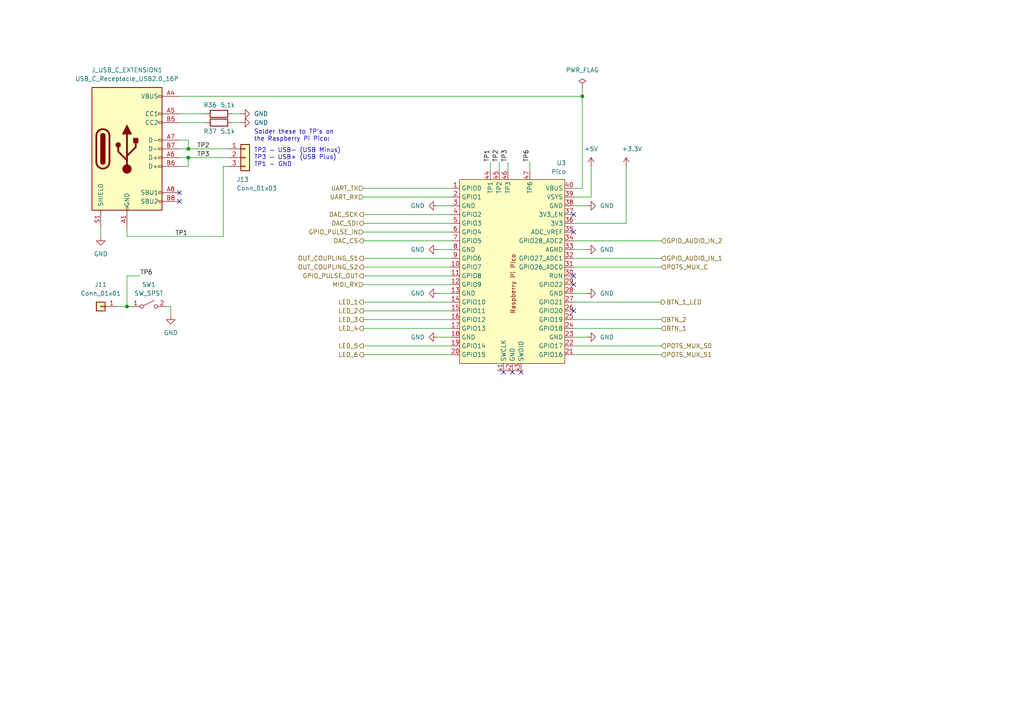
<source format=kicad_sch>
(kicad_sch (version 20250114) (generator "eeschema") (generator_version "9.0")
  (paper "A4")
  (title_block (title "Brain Core") (date "2026-02-21") (rev "v1.1") (company "Shmøergh"))
  (lib_symbols
    (symbol "Connector:USB_C_Receptacle_USB2.0_16P" (pin_names (offset 1.016))
      (property "Reference" "J" (at 0 22.225 0))
      (property "Value" "USB_C_Receptacle_USB2.0_16P" (at 0 19.685 0))
      (symbol "USB_C_Receptacle_USB2.0_16P_0_0"
        (rectangle (start -0.254 -17.78) (end 0.254 -16.764))
        (rectangle (start 10.16 15.494) (end 9.144 14.986))
        (rectangle (start 10.16 10.414) (end 9.144 9.906))
        (rectangle (start 10.16 7.874) (end 9.144 7.366))
        (rectangle (start 10.16 2.794) (end 9.144 2.286))
        (rectangle (start 10.16 0.254) (end 9.144 -0.254))
        (rectangle (start 10.16 -2.286) (end 9.144 -2.794))
        (rectangle (start 10.16 -4.826) (end 9.144 -5.334))
        (rectangle (start 10.16 -12.446) (end 9.144 -12.954))
        (rectangle (start 10.16 -14.986) (end 9.144 -15.494))
      )
      (symbol "USB_C_Receptacle_USB2.0_16P_0_1"
        (rectangle (start -10.16 17.78) (end 10.16 -17.78) (stroke (width 0.254)) (fill (type background)))
        (polyline (pts (xy -8.89 -3.81) (xy -8.89 3.81)) (stroke (width 0.508)))
        (rectangle (start -7.62 -3.81) (end -6.35 3.81) (stroke (width 0.254)) (fill (type outline)))
        (arc (start -7.62 3.81) (mid -6.985 4.4423) (end -6.35 3.81) (stroke (width 0.254)))
        (arc (start -7.62 3.81) (mid -6.985 4.4423) (end -6.35 3.81) (stroke (width 0.254)) (fill (type outline)))
        (arc (start -8.89 3.81) (mid -6.985 5.7067) (end -5.08 3.81) (stroke (width 0.508)))
        (arc (start -5.08 -3.81) (mid -6.985 -5.7067) (end -8.89 -3.81) (stroke (width 0.508)))
        (arc (start -6.35 -3.81) (mid -6.985 -4.4423) (end -7.62 -3.81) (stroke (width 0.254)))
        (arc (start -6.35 -3.81) (mid -6.985 -4.4423) (end -7.62 -3.81) (stroke (width 0.254)) (fill (type outline)))
        (polyline (pts (xy -5.08 3.81) (xy -5.08 -3.81)) (stroke (width 0.508)))
        (circle (center -2.54 1.143) (radius 0.635) (stroke (width 0.254)) (fill (type outline)))
        (polyline (pts (xy -1.27 4.318) (xy 0 6.858) (xy 1.27 4.318) (xy -1.27 4.318)) (stroke (width 0.254)) (fill (type outline)))
        (polyline (pts (xy 0 -2.032) (xy 2.54 0.508) (xy 2.54 1.778)) (stroke (width 0.508)))
        (polyline (pts (xy 0 -3.302) (xy -2.54 -0.762) (xy -2.54 0.508)) (stroke (width 0.508)))
        (polyline (pts (xy 0 -5.842) (xy 0 4.318)) (stroke (width 0.508)))
        (circle (center 0 -5.842) (radius 1.27) (fill (type outline)))
        (rectangle (start 1.905 1.778) (end 3.175 3.048) (stroke (width 0.254)) (fill (type outline)))
      )
      (symbol "USB_C_Receptacle_USB2.0_16P_1_1"
        (pin passive line (at -7.62 -22.86 90) (length 5.08) (name "SHIELD") (number "S1"))
        (pin passive line (at 0 -22.86 90) (length 5.08) (name "GND") (number "A1"))
        (pin passive line (at 0 -22.86 90) (length 5.08) (hide yes) (name "GND") (number "A12"))
        (pin passive line (at 0 -22.86 90) (length 5.08) (hide yes) (name "GND") (number "B1"))
        (pin passive line (at 0 -22.86 90) (length 5.08) (hide yes) (name "GND") (number "B12"))
        (pin passive line (at 15.24 15.24 180) (length 5.08) (name "VBUS") (number "A4"))
        (pin passive line (at 15.24 15.24 180) (length 5.08) (hide yes) (name "VBUS") (number "A9"))
        (pin passive line (at 15.24 15.24 180) (length 5.08) (hide yes) (name "VBUS") (number "B4"))
        (pin passive line (at 15.24 15.24 180) (length 5.08) (hide yes) (name "VBUS") (number "B9"))
        (pin bidirectional line (at 15.24 10.16 180) (length 5.08) (name "CC1") (number "A5"))
        (pin bidirectional line (at 15.24 7.62 180) (length 5.08) (name "CC2") (number "B5"))
        (pin bidirectional line (at 15.24 2.54 180) (length 5.08) (name "D-") (number "A7"))
        (pin bidirectional line (at 15.24 0 180) (length 5.08) (name "D-") (number "B7"))
        (pin bidirectional line (at 15.24 -2.54 180) (length 5.08) (name "D+") (number "A6"))
        (pin bidirectional line (at 15.24 -5.08 180) (length 5.08) (name "D+") (number "B6"))
        (pin bidirectional line (at 15.24 -12.7 180) (length 5.08) (name "SBU1") (number "A8"))
        (pin bidirectional line (at 15.24 -15.24 180) (length 5.08) (name "SBU2") (number "B8"))
      )
    )
    (symbol "Connector_Generic:Conn_01x01" (pin_names (offset 1.016) (hide yes))
      (property "Reference" "J" (at 0 2.54 0))
      (property "Value" "Conn_01x01" (at 0 -2.54 0))
      (symbol "Conn_01x01_1_1"
        (rectangle (start -1.27 1.27) (end 1.27 -1.27) (stroke (width 0.254)) (fill (type background)))
        (rectangle (start -1.27 0.127) (end 0 -0.127) (stroke (width 0.1524)))
        (pin passive line (at -5.08 0 0) (length 3.81) (name "Pin_1") (number "1"))
      )
    )
    (symbol "Connector_Generic:Conn_01x03" (pin_names (offset 1.016) (hide yes))
      (property "Reference" "J" (at 0 5.08 0))
      (property "Value" "Conn_01x03" (at 0 -5.08 0))
      (symbol "Conn_01x03_1_1"
        (rectangle (start -1.27 3.81) (end 1.27 -3.81) (stroke (width 0.254)) (fill (type background)))
        (rectangle (start -1.27 2.667) (end 0 2.413) (stroke (width 0.1524)))
        (rectangle (start -1.27 0.127) (end 0 -0.127) (stroke (width 0.1524)))
        (rectangle (start -1.27 -2.413) (end 0 -2.667) (stroke (width 0.1524)))
        (pin passive line (at -5.08 2.54 0) (length 3.81) (name "Pin_1") (number "1"))
        (pin passive line (at -5.08 0 0) (length 3.81) (name "Pin_2") (number "2"))
        (pin passive line (at -5.08 -2.54 0) (length 3.81) (name "Pin_3") (number "3"))
      )
    )
    (symbol "Device:R" (pin_numbers (hide yes)) (pin_names (offset 0))
      (property "Reference" "R" (at 2.032 0 90))
      (property "Value" "R" (at 0 0 90))
      (symbol "R_0_1"
        (rectangle (start -1.016 -2.54) (end 1.016 2.54) (stroke (width 0.254)))
      )
      (symbol "R_1_1"
        (pin passive line (at 0 3.81 270) (length 1.27) (name "~") (number "1"))
        (pin passive line (at 0 -3.81 90) (length 1.27) (name "~") (number "2"))
      )
    )
    (symbol "MCU_RaspberryPi_and_Boards:Pico"
      (property "Reference" "U3" (at 14.224 31.496 0))
      (property "Value" "Pico" (at 13.462 28.956 0))
      (symbol "Pico_0_0"
        (text "Raspberry Pi Pico" (at 0.254 -3.556 900) (effects (font (size 1.27 1.27))))
      )
      (symbol "Pico_0_1"
        (rectangle (start -15.24 26.67) (end 15.24 -26.67) (fill (type background)))
      )
      (symbol "Pico_1_1"
        (pin bidirectional line (at -17.78 24.13 0) (length 2.54) (name "GPIO0") (number "1"))
        (pin bidirectional line (at -17.78 21.59 0) (length 2.54) (name "GPIO1") (number "2"))
        (pin power_in line (at -17.78 19.05 0) (length 2.54) (name "GND") (number "3"))
        (pin bidirectional line (at -17.78 16.51 0) (length 2.54) (name "GPIO2") (number "4"))
        (pin bidirectional line (at -17.78 13.97 0) (length 2.54) (name "GPIO3") (number "5"))
        (pin bidirectional line (at -17.78 11.43 0) (length 2.54) (name "GPIO4") (number "6"))
        (pin bidirectional line (at -17.78 8.89 0) (length 2.54) (name "GPIO5") (number "7"))
        (pin power_in line (at -17.78 6.35 0) (length 2.54) (name "GND") (number "8"))
        (pin bidirectional line (at -17.78 3.81 0) (length 2.54) (name "GPIO6") (number "9"))
        (pin bidirectional line (at -17.78 1.27 0) (length 2.54) (name "GPIO7") (number "10"))
        (pin bidirectional line (at -17.78 -1.27 0) (length 2.54) (name "GPIO8") (number "11"))
        (pin bidirectional line (at -17.78 -3.81 0) (length 2.54) (name "GPIO9") (number "12"))
        (pin power_in line (at -17.78 -6.35 0) (length 2.54) (name "GND") (number "13"))
        (pin bidirectional line (at -17.78 -8.89 0) (length 2.54) (name "GPIO10") (number "14"))
        (pin bidirectional line (at -17.78 -11.43 0) (length 2.54) (name "GPIO11") (number "15"))
        (pin bidirectional line (at -17.78 -13.97 0) (length 2.54) (name "GPIO12") (number "16"))
        (pin bidirectional line (at -17.78 -16.51 0) (length 2.54) (name "GPIO13") (number "17"))
        (pin power_in line (at -17.78 -19.05 0) (length 2.54) (name "GND") (number "18"))
        (pin bidirectional line (at -17.78 -21.59 0) (length 2.54) (name "GPIO14") (number "19"))
        (pin bidirectional line (at -17.78 -24.13 0) (length 2.54) (name "GPIO15") (number "20"))
        (pin bidirectional line (at -6.35 29.21 270) (length 2.54) (name "TP1") (number "44"))
        (pin bidirectional line (at -3.81 29.21 270) (length 2.54) (name "TP2") (number "45"))
        (pin input line (at -2.54 -29.21 90) (length 2.54) (name "SWCLK") (number "41"))
        (pin bidirectional line (at -1.27 29.21 270) (length 2.54) (name "TP3") (number "46"))
        (pin power_in line (at 0 -29.21 90) (length 2.54) (name "GND") (number "42"))
        (pin bidirectional line (at 2.54 -29.21 90) (length 2.54) (name "SWDIO") (number "43"))
        (pin bidirectional line (at 5.08 29.21 270) (length 2.54) (name "TP6") (number "47"))
        (pin power_in line (at 17.78 24.13 180) (length 2.54) (name "VBUS") (number "40"))
        (pin power_in line (at 17.78 21.59 180) (length 2.54) (name "VSYS") (number "39"))
        (pin bidirectional line (at 17.78 19.05 180) (length 2.54) (name "GND") (number "38"))
        (pin input line (at 17.78 16.51 180) (length 2.54) (name "3V3_EN") (number "37"))
        (pin power_in line (at 17.78 13.97 180) (length 2.54) (name "3V3") (number "36"))
        (pin power_in line (at 17.78 11.43 180) (length 2.54) (name "ADC_VREF") (number "35"))
        (pin bidirectional line (at 17.78 8.89 180) (length 2.54) (name "GPIO28_ADC2") (number "34"))
        (pin power_in line (at 17.78 6.35 180) (length 2.54) (name "AGND") (number "33"))
        (pin bidirectional line (at 17.78 3.81 180) (length 2.54) (name "GPIO27_ADC1") (number "32"))
        (pin bidirectional line (at 17.78 1.27 180) (length 2.54) (name "GPIO26_ADC0") (number "31"))
        (pin input line (at 17.78 -1.27 180) (length 2.54) (name "RUN") (number "30"))
        (pin bidirectional line (at 17.78 -3.81 180) (length 2.54) (name "GPIO22") (number "29"))
        (pin power_in line (at 17.78 -6.35 180) (length 2.54) (name "GND") (number "28"))
        (pin bidirectional line (at 17.78 -8.89 180) (length 2.54) (name "GPIO21") (number "27"))
        (pin bidirectional line (at 17.78 -11.43 180) (length 2.54) (name "GPIO20") (number "26"))
        (pin bidirectional line (at 17.78 -13.97 180) (length 2.54) (name "GPIO19") (number "25"))
        (pin bidirectional line (at 17.78 -16.51 180) (length 2.54) (name "GPIO18") (number "24"))
        (pin power_in line (at 17.78 -19.05 180) (length 2.54) (name "GND") (number "23"))
        (pin bidirectional line (at 17.78 -21.59 180) (length 2.54) (name "GPIO17") (number "22"))
        (pin bidirectional line (at 17.78 -24.13 180) (length 2.54) (name "GPIO16") (number "21"))
      )
    )
    (symbol "Switch:SW_SPST" (pin_names (offset 0) (hide yes))
      (property "Reference" "SW" (at 0 3.175 0))
      (property "Value" "SW_SPST" (at 0 -2.54 0))
      (symbol "SW_SPST_0_0"
        (circle (center -2.032 0) (radius 0.508))
        (polyline (pts (xy -1.524 0.254) (xy 1.524 1.778)))
        (circle (center 2.032 0) (radius 0.508))
      )
      (symbol "SW_SPST_1_1"
        (pin passive line (at -5.08 0 0) (length 2.54) (name "A") (number "1"))
        (pin passive line (at 5.08 0 180) (length 2.54) (name "B") (number "2"))
      )
    )
    (symbol "power:+3.3V" (power) (pin_numbers (hide yes)) (pin_names (offset 0) (hide yes))
      (property "Value" "+3.3V" (at 0 3.556 0))
      (symbol "+3.3V_0_1"
        (polyline (pts (xy -0.762 1.27) (xy 0 2.54)))
        (polyline (pts (xy 0 2.54) (xy 0.762 1.27)))
        (polyline (pts (xy 0 0) (xy 0 2.54)))
      )
      (symbol "+3.3V_1_1"
        (pin power_in line (at 0 0 90) (length 0) (name "~") (number "1"))
      )
    )
    (symbol "power:+5V" (power) (pin_numbers (hide yes)) (pin_names (offset 0) (hide yes))
      (property "Value" "+5V" (at 0 3.556 0))
      (symbol "+5V_0_1"
        (polyline (pts (xy -0.762 1.27) (xy 0 2.54)))
        (polyline (pts (xy 0 2.54) (xy 0.762 1.27)))
        (polyline (pts (xy 0 0) (xy 0 2.54)))
      )
      (symbol "+5V_1_1"
        (pin power_in line (at 0 0 90) (length 0) (name "~") (number "1"))
      )
    )
    (symbol "power:GND" (power) (pin_numbers (hide yes)) (pin_names (offset 0) (hide yes))
      (property "Value" "GND" (at 0 -3.81 0))
      (symbol "GND_0_1"
        (polyline (pts (xy 0 0) (xy 0 -1.27) (xy 1.27 -1.27) (xy 0 -2.54) (xy -1.27 -1.27) (xy 0 -1.27)))
      )
      (symbol "GND_1_1"
        (pin power_in line (at 0 0 270) (length 0) (name "~") (number "1"))
      )
    )
    (symbol "power:PWR_FLAG" (power) (pin_numbers (hide yes)) (pin_names (offset 0) (hide yes))
      (property "Value" "PWR_FLAG" (at 0 3.81 0))
      (symbol "PWR_FLAG_0_0"
        (pin power_out line (at 0 0 90) (length 0) (name "~") (number "1"))
      )
      (symbol "PWR_FLAG_0_1"
        (polyline (pts (xy 0 0) (xy 0 1.27) (xy -1.016 1.905) (xy 0 2.54) (xy 1.016 1.905) (xy 0 1.27)))
      )
    )
  )
  (text "TP2 — USB- (USB Minus)\nTP3 — USB+ (USB Plus)\nTP1 - GND" (at 73.66 45.72 0) (effects (font (size 1.27 1.27)) (justify left)))
  (text "Solder these to TP's on \nthe Raspberry Pi Pico:" (at 73.66 39.37 0) (effects (font (size 1.27 1.27)) (justify left)))
  (junction (at 54.61 43.18))
  (junction (at 54.61 45.72))
  (junction (at 36.83 88.9))
  (junction (at 168.91 27.94))
  (no_connect (at 166.37 67.31))
  (no_connect (at 52.07 58.42))
  (no_connect (at 148.59 107.95))
  (no_connect (at 166.37 62.23))
  (no_connect (at 52.07 55.88))
  (no_connect (at 166.37 82.55))
  (no_connect (at 166.37 90.17))
  (no_connect (at 166.37 80.01))
  (no_connect (at 151.13 107.95))
  (no_connect (at 146.05 107.95))
  (wire (pts (xy 166.37 74.93) (xy 191.77 74.93)))
  (wire (pts (xy 105.41 100.33) (xy 130.81 100.33)))
  (wire (pts (xy 170.18 97.79) (xy 166.37 97.79)))
  (wire (pts (xy 105.41 62.23) (xy 130.81 62.23)))
  (wire (pts (xy 52.07 43.18) (xy 54.61 43.18)))
  (wire (pts (xy 191.77 95.25) (xy 166.37 95.25)))
  (wire (pts (xy 105.41 82.55) (xy 130.81 82.55)))
  (wire (pts (xy 168.91 54.61) (xy 168.91 27.94)))
  (wire (pts (xy 168.91 25.4) (xy 168.91 27.94)))
  (wire (pts (xy 105.41 92.71) (xy 130.81 92.71)))
  (wire (pts (xy 105.41 74.93) (xy 130.81 74.93)))
  (wire (pts (xy 105.41 95.25) (xy 130.81 95.25)))
  (wire (pts (xy 144.78 46.99) (xy 144.78 49.53)))
  (wire (pts (xy 52.07 27.94) (xy 168.91 27.94)))
  (wire (pts (xy 36.83 68.58) (xy 64.77 68.58)))
  (wire (pts (xy 147.32 46.99) (xy 147.32 49.53)))
  (wire (pts (xy 171.45 57.15) (xy 166.37 57.15)))
  (wire (pts (xy 105.41 102.87) (xy 130.81 102.87)))
  (wire (pts (xy 191.77 100.33) (xy 166.37 100.33)))
  (wire (pts (xy 170.18 59.69) (xy 166.37 59.69)))
  (wire (pts (xy 105.41 87.63) (xy 130.81 87.63)))
  (wire (pts (xy 105.41 69.85) (xy 130.81 69.85)))
  (wire (pts (xy 170.18 72.39) (xy 166.37 72.39)))
  (wire (pts (xy 191.77 77.47) (xy 166.37 77.47)))
  (wire (pts (xy 105.41 57.15) (xy 130.81 57.15)))
  (wire (pts (xy 191.77 69.85) (xy 166.37 69.85)))
  (wire (pts (xy 105.41 64.77) (xy 130.81 64.77)))
  (wire (pts (xy 171.45 48.26) (xy 171.45 57.15)))
  (wire (pts (xy 54.61 48.26) (xy 52.07 48.26)))
  (wire (pts (xy 105.41 90.17) (xy 130.81 90.17)))
  (wire (pts (xy 105.41 67.31) (xy 130.81 67.31)))
  (wire (pts (xy 127 72.39) (xy 130.81 72.39)))
  (wire (pts (xy 36.83 66.04) (xy 36.83 68.58)))
  (wire (pts (xy 142.24 46.99) (xy 142.24 49.53)))
  (wire (pts (xy 52.07 45.72) (xy 54.61 45.72)))
  (wire (pts (xy 181.61 64.77) (xy 166.37 64.77)))
  (wire (pts (xy 54.61 40.64) (xy 52.07 40.64)))
  (wire (pts (xy 127 85.09) (xy 130.81 85.09)))
  (wire (pts (xy 36.83 80.01) (xy 36.83 88.9)))
  (wire (pts (xy 127 59.69) (xy 130.81 59.69)))
  (wire (pts (xy 49.53 88.9) (xy 49.53 91.44)))
  (wire (pts (xy 29.21 68.58) (xy 29.21 66.04)))
  (wire (pts (xy 69.85 33.02) (xy 67.31 33.02)))
  (wire (pts (xy 52.07 33.02) (xy 59.69 33.02)))
  (wire (pts (xy 69.85 35.56) (xy 67.31 35.56)))
  (wire (pts (xy 48.26 88.9) (xy 49.53 88.9)))
  (wire (pts (xy 36.83 88.9) (xy 34.29 88.9)))
  (wire (pts (xy 40.64 80.01) (xy 36.83 80.01)))
  (wire (pts (xy 54.61 45.72) (xy 54.61 48.26)))
  (wire (pts (xy 181.61 48.26) (xy 181.61 64.77)))
  (wire (pts (xy 170.18 85.09) (xy 166.37 85.09)))
  (wire (pts (xy 127 97.79) (xy 130.81 97.79)))
  (wire (pts (xy 64.77 68.58) (xy 64.77 48.26)))
  (wire (pts (xy 105.41 54.61) (xy 130.81 54.61)))
  (wire (pts (xy 153.67 46.99) (xy 153.67 49.53)))
  (wire (pts (xy 105.41 77.47) (xy 130.81 77.47)))
  (wire (pts (xy 54.61 40.64) (xy 54.61 43.18)))
  (wire (pts (xy 105.41 80.01) (xy 130.81 80.01)))
  (wire (pts (xy 166.37 92.71) (xy 191.77 92.71)))
  (wire (pts (xy 38.1 88.9) (xy 36.83 88.9)))
  (wire (pts (xy 166.37 54.61) (xy 168.91 54.61)))
  (wire (pts (xy 64.77 48.26) (xy 66.04 48.26)))
  (wire (pts (xy 191.77 102.87) (xy 166.37 102.87)))
  (wire (pts (xy 166.37 87.63) (xy 191.77 87.63)))
  (wire (pts (xy 52.07 35.56) (xy 59.69 35.56)))
  (wire (pts (xy 54.61 43.18) (xy 66.04 43.18)))
  (wire (pts (xy 66.04 45.72) (xy 54.61 45.72)))
  (label "TP2" (at 144.78 46.99 90))
  (label "TP1" (at 50.8 68.58 0))
  (label "TP2" (at 57.15 43.18 0))
  (label "TP3" (at 147.32 46.99 90))
  (label "TP6" (at 40.64 80.01 0))
  (label "TP6" (at 153.67 46.99 90))
  (label "TP3" (at 57.15 45.72 0))
  (label "TP1" (at 142.24 46.99 90))
  (hierarchical_label "OUT_COUPLING_S1" (shape output) (at 105.41 74.93 180))
  (hierarchical_label "POTS_MUX_C" (shape input) (at 191.77 77.47 0))
  (hierarchical_label "DAC_SCK" (shape output) (at 105.41 62.23 180))
  (hierarchical_label "BTN_1_LED" (shape output) (at 191.77 87.63 0))
  (hierarchical_label "LED_2" (shape output) (at 105.41 90.17 180))
  (hierarchical_label "LED_6" (shape output) (at 105.41 102.87 180))
  (hierarchical_label "BTN_1" (shape input) (at 191.77 95.25 0))
  (hierarchical_label "BTN_2" (shape input) (at 191.77 92.71 0))
  (hierarchical_label "DAC_SDI" (shape output) (at 105.41 64.77 180))
  (hierarchical_label "LED_1" (shape output) (at 105.41 87.63 180))
  (hierarchical_label "LED_3" (shape output) (at 105.41 92.71 180))
  (hierarchical_label "POTS_MUX_S1" (shape input) (at 191.77 102.87 0))
  (hierarchical_label "GPIO_PULSE_OUT" (shape output) (at 105.41 80.01 180))
  (hierarchical_label "GPIO_AUDIO_IN_2" (shape input) (at 191.77 69.85 0))
  (hierarchical_label "UART_RX" (shape input) (at 105.41 57.15 180))
  (hierarchical_label "GPIO_PULSE_IN" (shape input) (at 105.41 67.31 180))
  (hierarchical_label "OUT_COUPLING_S2" (shape output) (at 105.41 77.47 180))
  (hierarchical_label "LED_5" (shape output) (at 105.41 100.33 180))
  (hierarchical_label "UART_TX" (shape input) (at 105.41 54.61 180))
  (hierarchical_label "GPIO_AUDIO_IN_1" (shape input) (at 191.77 74.93 0))
  (hierarchical_label "DAC_CS" (shape output) (at 105.41 69.85 180))
  (hierarchical_label "LED_4" (shape output) (at 105.41 95.25 180))
  (hierarchical_label "MIDI_RX" (shape input) (at 105.41 82.55 180))
  (hierarchical_label "POTS_MUX_S0" (shape input) (at 191.77 100.33 0))
  (symbol (lib_id "power:GND") (at 127 85.09 270) (unit 1)
    (property "Reference" "#PWR030" (effects (hide yes)))
    (property "Value" "GND" (at 123.19 85.0899 90) (effects (justify right)))
    (property "Description" "Power symbol creates a global label with name \"GND\" , ground" (effects (hide yes)))
  )
  (symbol (lib_id "power:GND") (at 127 97.79 270) (unit 1)
    (property "Reference" "#PWR031" (effects (hide yes)))
    (property "Value" "GND" (at 123.19 97.7899 90) (effects (justify right)))
    (property "Description" "Power symbol creates a global label with name \"GND\" , ground" (effects (hide yes)))
  )
  (symbol (lib_id "power:GND") (at 170.18 72.39 90) (unit 1)
    (property "Reference" "#PWR01" (effects (hide yes)))
    (property "Value" "GND" (at 173.99 72.3899 90) (effects (justify right)))
    (property "Description" "Power symbol creates a global label with name \"GND\" , ground" (effects (hide yes)))
  )
  (symbol (lib_id "power:GND") (at 170.18 59.69 90) (unit 1)
    (property "Reference" "#PWR033" (effects (hide yes)))
    (property "Value" "GND" (at 173.99 59.6899 90) (effects (justify right)))
    (property "Description" "Power symbol creates a global label with name \"GND\" , ground" (effects (hide yes)))
  )
  (symbol (lib_id "power:GND") (at 127 59.69 270) (unit 1)
    (property "Reference" "#PWR028" (effects (hide yes)))
    (property "Value" "GND" (at 123.19 59.6899 90) (effects (justify right)))
    (property "Description" "Power symbol creates a global label with name \"GND\" , ground" (effects (hide yes)))
  )
  (symbol (lib_id "power:GND") (at 127 72.39 270) (unit 1)
    (property "Reference" "#PWR029" (effects (hide yes)))
    (property "Value" "GND" (at 123.19 72.3899 90) (effects (justify right)))
    (property "Description" "Power symbol creates a global label with name \"GND\" , ground" (effects (hide yes)))
  )
  (symbol (lib_id "Switch:SW_SPST") (at 43.18 88.9 0) (unit 1)
    (property "Reference" "SW1" (at 43.18 82.55 0))
    (property "Value" "SW_SPST" (at 43.18 85.09 0))
    (property "Footprint" "Button_Switch_THT:SW_Tactile_SKHH_Angled" (effects (hide yes)))
    (property "Description" "Single Pole Single Throw (SPST) switch" (effects (hide yes)))
    (property "Part URL" "https://www.hestore.hu/prod_10028126.html" (effects (hide yes)))
    (property "Vendor" "Mouser" (effects (hide yes)))
  )
  (symbol (lib_id "power:PWR_FLAG") (at 168.91 25.4 0) (unit 1)
    (property "Reference" "#FLG01" (effects (hide yes)))
    (property "Value" "PWR_FLAG" (at 168.91 20.32 0))
    (property "Description" "Special symbol for telling ERC where power comes from" (effects (hide yes)))
  )
  (symbol (lib_id "Connector_Generic:Conn_01x03") (at 71.12 45.72 0) (unit 1)
    (property "Reference" "J13" (at 68.58 52.07 0) (effects (justify left)))
    (property "Value" "Conn_01x03" (at 68.58 54.61 0) (effects (justify left)))
    (property "Footprint" "Connector_PinHeader_2.54mm:PinHeader_1x03_P2.54mm_Vertical" (effects (hide yes)))
    (property "Description" "Generic connector, single row, 01x03, script generated (kicad-library-utils/schlib/autogen/connector/)" (effects (hide yes)))
    (property "Part URL" "https://mou.sr/3KZtJcX" (effects (hide yes)))
    (property "Vendor" "Mouser" (effects (hide yes)))
    (property "Mouser Part no." "200-HTSW10307TS" (effects (hide yes)))
  )
  (symbol (lib_id "power:GND") (at 49.53 91.44 0) (unit 1)
    (property "Reference" "#PWR064" (effects (hide yes)))
    (property "Value" "GND" (at 49.53 96.52 0))
    (property "Description" "Power symbol creates a global label with name \"GND\" , ground" (effects (hide yes)))
  )
  (symbol (lib_id "Connector:USB_C_Receptacle_USB2.0_16P") (at 36.83 43.18 0) (unit 1)
    (property "Reference" "J_USB_C_EXTENSION1" (at 36.83 20.32 0))
    (property "Value" "USB_C_Receptacle_USB2.0_16P" (at 36.83 22.86 0))
    (property "Footprint" "Connector_USB:USB_C_Receptacle_HRO_TYPE-C-31-M-12" (effects (hide yes)))
    (property "Datasheet" "https://www.usb.org/sites/default/files/documents/usb_type-c.zip" (effects (hide yes)))
    (property "Description" "USB 2.0-only 16P Type-C Receptacle connector" (effects (hide yes)))
    (property "Vendor" "JLCPCB" (effects (hide yes)))
    (property "LCSC" "C165948" (effects (hide yes)))
    (property "CHECKED" "YES" (effects (hide yes)))
  )
  (symbol (lib_id "MCU_RaspberryPi_and_Boards:Pico") (at 148.59 78.74 0) (unit 1)
    (property "Reference" "U3" (at 162.814 47.244 0))
    (property "Value" "Pico" (at 162.052 49.784 0))
    (property "Footprint" "Module:RaspberryPi_Pico_Common_Unspecified" (effects (hide yes)))
    (property "Part URL" "https://mou.sr/49BoTdS" (effects (hide yes)))
    (property "Vendor" "Mouser" (effects (hide yes)))
    (property "Mouser Part no." "358-SC0915" (effects (hide yes)))
  )
  (symbol (lib_id "power:GND") (at 170.18 85.09 90) (unit 1)
    (property "Reference" "#PWR035" (effects (hide yes)))
    (property "Value" "GND" (at 173.99 85.0899 90) (effects (justify right)))
    (property "Description" "Power symbol creates a global label with name \"GND\" , ground" (effects (hide yes)))
  )
  (symbol (lib_id "Device:R") (at 63.5 33.02 90) (mirror x) (unit 1)
    (property "Reference" "R36" (at 60.96 30.48 90))
    (property "Value" "5.1k" (at 66.04 30.48 90))
    (property "Footprint" "Resistor_SMD:R_0603_1608Metric" (effects (hide yes)))
    (property "LCSC" "C23186" (effects (hide yes)))
    (property "Vendor" "JLCPCB" (effects (hide yes)))
    (property "CHECKED" "YES" (effects (hide yes)))
  )
  (symbol (lib_id "power:+5V") (at 171.45 48.26 0) (unit 1)
    (property "Reference" "#PWR037" (effects (hide yes)))
    (property "Value" "+5V" (at 171.45 43.18 0))
    (property "Description" "Power symbol creates a global label with name \"+5V\"" (effects (hide yes)))
  )
  (symbol (lib_id "power:+3.3V") (at 181.61 48.26 0) (unit 1)
    (property "Reference" "#PWR038" (effects (hide yes)))
    (property "Value" "+3.3V" (at 180.34 43.18 0) (effects (justify left)))
    (property "Description" "Power symbol creates a global label with name \"+3.3V\"" (effects (hide yes)))
  )
  (symbol (lib_id "Device:R") (at 63.5 35.56 90) (unit 1)
    (property "Reference" "R37" (at 60.96 38.1 90))
    (property "Value" "5.1k" (at 66.04 38.1 90))
    (property "Footprint" "Resistor_SMD:R_0603_1608Metric" (effects (hide yes)))
    (property "LCSC" "C23186" (effects (hide yes)))
    (property "Vendor" "JLCPCB" (effects (hide yes)))
    (property "CHECKED" "YES" (effects (hide yes)))
  )
  (symbol (lib_id "power:GND") (at 69.85 35.56 90) (unit 1)
    (property "Reference" "#PWR075" (effects (hide yes)))
    (property "Value" "GND" (at 73.66 35.5599 90) (effects (justify right)))
    (property "Description" "Power symbol creates a global label with name \"GND\" , ground" (effects (hide yes)))
  )
  (symbol (lib_id "Connector_Generic:Conn_01x01") (at 29.21 88.9 180) (unit 1)
    (property "Reference" "J11" (at 29.21 82.55 0))
    (property "Value" "Conn_01x01" (at 29.21 85.09 0))
    (property "Footprint" "Connector_PinHeader_2.54mm:PinHeader_1x01_P2.54mm_Vertical" (effects (hide yes)))
    (property "Description" "Generic connector, single row, 01x01, script generated (kicad-library-utils/schlib/autogen/connector/)" (effects (hide yes)))
    (property "Vendor" "Mouser" (effects (hide yes)))
  )
  (symbol (lib_id "power:GND") (at 69.85 33.02 90) (unit 1)
    (property "Reference" "#PWR069" (effects (hide yes)))
    (property "Value" "GND" (at 73.66 33.0199 90) (effects (justify right)))
    (property "Description" "Power symbol creates a global label with name \"GND\" , ground" (effects (hide yes)))
  )
  (symbol (lib_id "power:GND") (at 29.21 68.58 0) (unit 1)
    (property "Reference" "#PWR071" (effects (hide yes)))
    (property "Value" "GND" (at 29.21 73.66 0))
    (property "Description" "Power symbol creates a global label with name \"GND\" , ground" (effects (hide yes)))
  )
  (symbol (lib_id "power:GND") (at 170.18 97.79 90) (unit 1)
    (property "Reference" "#PWR036" (effects (hide yes)))
    (property "Value" "GND" (at 173.99 97.7899 90) (effects (justify right)))
    (property "Description" "Power symbol creates a global label with name \"GND\" , ground" (effects (hide yes)))
  )
)
</source>
